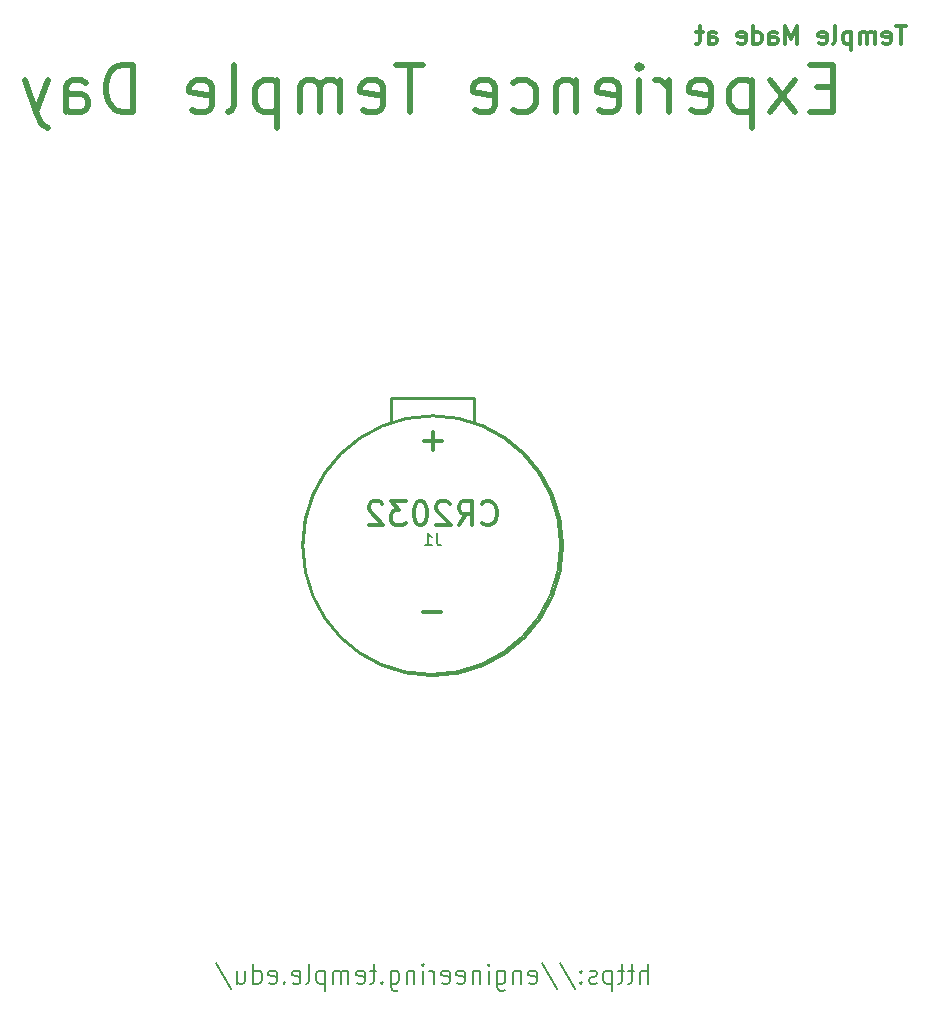
<source format=gbr>
G04 #@! TF.GenerationSoftware,KiCad,Pcbnew,(5.0.0)*
G04 #@! TF.CreationDate,2019-03-24T20:36:13-04:00*
G04 #@! TF.ProjectId,WS2812B Tiny T,575332383132422054696E7920542E6B,rev?*
G04 #@! TF.SameCoordinates,Original*
G04 #@! TF.FileFunction,Legend,Bot*
G04 #@! TF.FilePolarity,Positive*
%FSLAX46Y46*%
G04 Gerber Fmt 4.6, Leading zero omitted, Abs format (unit mm)*
G04 Created by KiCad (PCBNEW (5.0.0)) date 03/24/19 20:36:13*
%MOMM*%
%LPD*%
G01*
G04 APERTURE LIST*
%ADD10C,0.200000*%
%ADD11C,0.300000*%
%ADD12C,0.500000*%
%ADD13C,0.250000*%
%ADD14C,0.150000*%
G04 APERTURE END LIST*
D10*
X145737371Y-150514747D02*
X145737371Y-148814747D01*
X145094514Y-150514747D02*
X145094514Y-149624271D01*
X145165942Y-149462366D01*
X145308800Y-149381414D01*
X145523085Y-149381414D01*
X145665942Y-149462366D01*
X145737371Y-149543319D01*
X144594514Y-149381414D02*
X144023085Y-149381414D01*
X144380228Y-148814747D02*
X144380228Y-150271890D01*
X144308800Y-150433795D01*
X144165942Y-150514747D01*
X144023085Y-150514747D01*
X143737371Y-149381414D02*
X143165942Y-149381414D01*
X143523085Y-148814747D02*
X143523085Y-150271890D01*
X143451657Y-150433795D01*
X143308800Y-150514747D01*
X143165942Y-150514747D01*
X142665942Y-149381414D02*
X142665942Y-151081414D01*
X142665942Y-149462366D02*
X142523085Y-149381414D01*
X142237371Y-149381414D01*
X142094514Y-149462366D01*
X142023085Y-149543319D01*
X141951657Y-149705223D01*
X141951657Y-150190938D01*
X142023085Y-150352842D01*
X142094514Y-150433795D01*
X142237371Y-150514747D01*
X142523085Y-150514747D01*
X142665942Y-150433795D01*
X141380228Y-150433795D02*
X141237371Y-150514747D01*
X140951657Y-150514747D01*
X140808800Y-150433795D01*
X140737371Y-150271890D01*
X140737371Y-150190938D01*
X140808800Y-150029033D01*
X140951657Y-149948080D01*
X141165942Y-149948080D01*
X141308800Y-149867128D01*
X141380228Y-149705223D01*
X141380228Y-149624271D01*
X141308800Y-149462366D01*
X141165942Y-149381414D01*
X140951657Y-149381414D01*
X140808800Y-149462366D01*
X140094514Y-150352842D02*
X140023085Y-150433795D01*
X140094514Y-150514747D01*
X140165942Y-150433795D01*
X140094514Y-150352842D01*
X140094514Y-150514747D01*
X140094514Y-149462366D02*
X140023085Y-149543319D01*
X140094514Y-149624271D01*
X140165942Y-149543319D01*
X140094514Y-149462366D01*
X140094514Y-149624271D01*
X138308800Y-148733795D02*
X139594514Y-150919509D01*
X136737371Y-148733795D02*
X138023085Y-150919509D01*
X135665942Y-150433795D02*
X135808800Y-150514747D01*
X136094514Y-150514747D01*
X136237371Y-150433795D01*
X136308800Y-150271890D01*
X136308800Y-149624271D01*
X136237371Y-149462366D01*
X136094514Y-149381414D01*
X135808800Y-149381414D01*
X135665942Y-149462366D01*
X135594514Y-149624271D01*
X135594514Y-149786176D01*
X136308800Y-149948080D01*
X134951657Y-149381414D02*
X134951657Y-150514747D01*
X134951657Y-149543319D02*
X134880228Y-149462366D01*
X134737371Y-149381414D01*
X134523085Y-149381414D01*
X134380228Y-149462366D01*
X134308800Y-149624271D01*
X134308800Y-150514747D01*
X132951657Y-149381414D02*
X132951657Y-150757604D01*
X133023085Y-150919509D01*
X133094514Y-151000461D01*
X133237371Y-151081414D01*
X133451657Y-151081414D01*
X133594514Y-151000461D01*
X132951657Y-150433795D02*
X133094514Y-150514747D01*
X133380228Y-150514747D01*
X133523085Y-150433795D01*
X133594514Y-150352842D01*
X133665942Y-150190938D01*
X133665942Y-149705223D01*
X133594514Y-149543319D01*
X133523085Y-149462366D01*
X133380228Y-149381414D01*
X133094514Y-149381414D01*
X132951657Y-149462366D01*
X132237371Y-150514747D02*
X132237371Y-149381414D01*
X132237371Y-148814747D02*
X132308800Y-148895700D01*
X132237371Y-148976652D01*
X132165942Y-148895700D01*
X132237371Y-148814747D01*
X132237371Y-148976652D01*
X131523085Y-149381414D02*
X131523085Y-150514747D01*
X131523085Y-149543319D02*
X131451657Y-149462366D01*
X131308800Y-149381414D01*
X131094514Y-149381414D01*
X130951657Y-149462366D01*
X130880228Y-149624271D01*
X130880228Y-150514747D01*
X129594514Y-150433795D02*
X129737371Y-150514747D01*
X130023085Y-150514747D01*
X130165942Y-150433795D01*
X130237371Y-150271890D01*
X130237371Y-149624271D01*
X130165942Y-149462366D01*
X130023085Y-149381414D01*
X129737371Y-149381414D01*
X129594514Y-149462366D01*
X129523085Y-149624271D01*
X129523085Y-149786176D01*
X130237371Y-149948080D01*
X128308800Y-150433795D02*
X128451657Y-150514747D01*
X128737371Y-150514747D01*
X128880228Y-150433795D01*
X128951657Y-150271890D01*
X128951657Y-149624271D01*
X128880228Y-149462366D01*
X128737371Y-149381414D01*
X128451657Y-149381414D01*
X128308800Y-149462366D01*
X128237371Y-149624271D01*
X128237371Y-149786176D01*
X128951657Y-149948080D01*
X127594514Y-150514747D02*
X127594514Y-149381414D01*
X127594514Y-149705223D02*
X127523085Y-149543319D01*
X127451657Y-149462366D01*
X127308800Y-149381414D01*
X127165942Y-149381414D01*
X126665942Y-150514747D02*
X126665942Y-149381414D01*
X126665942Y-148814747D02*
X126737371Y-148895700D01*
X126665942Y-148976652D01*
X126594514Y-148895700D01*
X126665942Y-148814747D01*
X126665942Y-148976652D01*
X125951657Y-149381414D02*
X125951657Y-150514747D01*
X125951657Y-149543319D02*
X125880228Y-149462366D01*
X125737371Y-149381414D01*
X125523085Y-149381414D01*
X125380228Y-149462366D01*
X125308800Y-149624271D01*
X125308800Y-150514747D01*
X123951657Y-149381414D02*
X123951657Y-150757604D01*
X124023085Y-150919509D01*
X124094514Y-151000461D01*
X124237371Y-151081414D01*
X124451657Y-151081414D01*
X124594514Y-151000461D01*
X123951657Y-150433795D02*
X124094514Y-150514747D01*
X124380228Y-150514747D01*
X124523085Y-150433795D01*
X124594514Y-150352842D01*
X124665942Y-150190938D01*
X124665942Y-149705223D01*
X124594514Y-149543319D01*
X124523085Y-149462366D01*
X124380228Y-149381414D01*
X124094514Y-149381414D01*
X123951657Y-149462366D01*
X123237371Y-150352842D02*
X123165942Y-150433795D01*
X123237371Y-150514747D01*
X123308800Y-150433795D01*
X123237371Y-150352842D01*
X123237371Y-150514747D01*
X122737371Y-149381414D02*
X122165942Y-149381414D01*
X122523085Y-148814747D02*
X122523085Y-150271890D01*
X122451657Y-150433795D01*
X122308800Y-150514747D01*
X122165942Y-150514747D01*
X121094514Y-150433795D02*
X121237371Y-150514747D01*
X121523085Y-150514747D01*
X121665942Y-150433795D01*
X121737371Y-150271890D01*
X121737371Y-149624271D01*
X121665942Y-149462366D01*
X121523085Y-149381414D01*
X121237371Y-149381414D01*
X121094514Y-149462366D01*
X121023085Y-149624271D01*
X121023085Y-149786176D01*
X121737371Y-149948080D01*
X120380228Y-150514747D02*
X120380228Y-149381414D01*
X120380228Y-149543319D02*
X120308800Y-149462366D01*
X120165942Y-149381414D01*
X119951657Y-149381414D01*
X119808800Y-149462366D01*
X119737371Y-149624271D01*
X119737371Y-150514747D01*
X119737371Y-149624271D02*
X119665942Y-149462366D01*
X119523085Y-149381414D01*
X119308800Y-149381414D01*
X119165942Y-149462366D01*
X119094514Y-149624271D01*
X119094514Y-150514747D01*
X118380228Y-149381414D02*
X118380228Y-151081414D01*
X118380228Y-149462366D02*
X118237371Y-149381414D01*
X117951657Y-149381414D01*
X117808800Y-149462366D01*
X117737371Y-149543319D01*
X117665942Y-149705223D01*
X117665942Y-150190938D01*
X117737371Y-150352842D01*
X117808800Y-150433795D01*
X117951657Y-150514747D01*
X118237371Y-150514747D01*
X118380228Y-150433795D01*
X116808800Y-150514747D02*
X116951657Y-150433795D01*
X117023085Y-150271890D01*
X117023085Y-148814747D01*
X115665942Y-150433795D02*
X115808800Y-150514747D01*
X116094514Y-150514747D01*
X116237371Y-150433795D01*
X116308800Y-150271890D01*
X116308800Y-149624271D01*
X116237371Y-149462366D01*
X116094514Y-149381414D01*
X115808800Y-149381414D01*
X115665942Y-149462366D01*
X115594514Y-149624271D01*
X115594514Y-149786176D01*
X116308800Y-149948080D01*
X114951657Y-150352842D02*
X114880228Y-150433795D01*
X114951657Y-150514747D01*
X115023085Y-150433795D01*
X114951657Y-150352842D01*
X114951657Y-150514747D01*
X113665942Y-150433795D02*
X113808800Y-150514747D01*
X114094514Y-150514747D01*
X114237371Y-150433795D01*
X114308800Y-150271890D01*
X114308800Y-149624271D01*
X114237371Y-149462366D01*
X114094514Y-149381414D01*
X113808800Y-149381414D01*
X113665942Y-149462366D01*
X113594514Y-149624271D01*
X113594514Y-149786176D01*
X114308800Y-149948080D01*
X112308800Y-150514747D02*
X112308800Y-148814747D01*
X112308800Y-150433795D02*
X112451657Y-150514747D01*
X112737371Y-150514747D01*
X112880228Y-150433795D01*
X112951657Y-150352842D01*
X113023085Y-150190938D01*
X113023085Y-149705223D01*
X112951657Y-149543319D01*
X112880228Y-149462366D01*
X112737371Y-149381414D01*
X112451657Y-149381414D01*
X112308800Y-149462366D01*
X110951657Y-149381414D02*
X110951657Y-150514747D01*
X111594514Y-149381414D02*
X111594514Y-150271890D01*
X111523085Y-150433795D01*
X111380228Y-150514747D01*
X111165942Y-150514747D01*
X111023085Y-150433795D01*
X110951657Y-150352842D01*
X109165942Y-148733795D02*
X110451657Y-150919509D01*
D11*
X167579357Y-69409571D02*
X166722214Y-69409571D01*
X167150785Y-70909571D02*
X167150785Y-69409571D01*
X165650785Y-70838142D02*
X165793642Y-70909571D01*
X166079357Y-70909571D01*
X166222214Y-70838142D01*
X166293642Y-70695285D01*
X166293642Y-70123857D01*
X166222214Y-69981000D01*
X166079357Y-69909571D01*
X165793642Y-69909571D01*
X165650785Y-69981000D01*
X165579357Y-70123857D01*
X165579357Y-70266714D01*
X166293642Y-70409571D01*
X164936500Y-70909571D02*
X164936500Y-69909571D01*
X164936500Y-70052428D02*
X164865071Y-69981000D01*
X164722214Y-69909571D01*
X164507928Y-69909571D01*
X164365071Y-69981000D01*
X164293642Y-70123857D01*
X164293642Y-70909571D01*
X164293642Y-70123857D02*
X164222214Y-69981000D01*
X164079357Y-69909571D01*
X163865071Y-69909571D01*
X163722214Y-69981000D01*
X163650785Y-70123857D01*
X163650785Y-70909571D01*
X162936500Y-69909571D02*
X162936500Y-71409571D01*
X162936500Y-69981000D02*
X162793642Y-69909571D01*
X162507928Y-69909571D01*
X162365071Y-69981000D01*
X162293642Y-70052428D01*
X162222214Y-70195285D01*
X162222214Y-70623857D01*
X162293642Y-70766714D01*
X162365071Y-70838142D01*
X162507928Y-70909571D01*
X162793642Y-70909571D01*
X162936500Y-70838142D01*
X161365071Y-70909571D02*
X161507928Y-70838142D01*
X161579357Y-70695285D01*
X161579357Y-69409571D01*
X160222214Y-70838142D02*
X160365071Y-70909571D01*
X160650785Y-70909571D01*
X160793642Y-70838142D01*
X160865071Y-70695285D01*
X160865071Y-70123857D01*
X160793642Y-69981000D01*
X160650785Y-69909571D01*
X160365071Y-69909571D01*
X160222214Y-69981000D01*
X160150785Y-70123857D01*
X160150785Y-70266714D01*
X160865071Y-70409571D01*
X158365071Y-70909571D02*
X158365071Y-69409571D01*
X157865071Y-70481000D01*
X157365071Y-69409571D01*
X157365071Y-70909571D01*
X156007928Y-70909571D02*
X156007928Y-70123857D01*
X156079357Y-69981000D01*
X156222214Y-69909571D01*
X156507928Y-69909571D01*
X156650785Y-69981000D01*
X156007928Y-70838142D02*
X156150785Y-70909571D01*
X156507928Y-70909571D01*
X156650785Y-70838142D01*
X156722214Y-70695285D01*
X156722214Y-70552428D01*
X156650785Y-70409571D01*
X156507928Y-70338142D01*
X156150785Y-70338142D01*
X156007928Y-70266714D01*
X154650785Y-70909571D02*
X154650785Y-69409571D01*
X154650785Y-70838142D02*
X154793642Y-70909571D01*
X155079357Y-70909571D01*
X155222214Y-70838142D01*
X155293642Y-70766714D01*
X155365071Y-70623857D01*
X155365071Y-70195285D01*
X155293642Y-70052428D01*
X155222214Y-69981000D01*
X155079357Y-69909571D01*
X154793642Y-69909571D01*
X154650785Y-69981000D01*
X153365071Y-70838142D02*
X153507928Y-70909571D01*
X153793642Y-70909571D01*
X153936500Y-70838142D01*
X154007928Y-70695285D01*
X154007928Y-70123857D01*
X153936500Y-69981000D01*
X153793642Y-69909571D01*
X153507928Y-69909571D01*
X153365071Y-69981000D01*
X153293642Y-70123857D01*
X153293642Y-70266714D01*
X154007928Y-70409571D01*
X150865071Y-70909571D02*
X150865071Y-70123857D01*
X150936500Y-69981000D01*
X151079357Y-69909571D01*
X151365071Y-69909571D01*
X151507928Y-69981000D01*
X150865071Y-70838142D02*
X151007928Y-70909571D01*
X151365071Y-70909571D01*
X151507928Y-70838142D01*
X151579357Y-70695285D01*
X151579357Y-70552428D01*
X151507928Y-70409571D01*
X151365071Y-70338142D01*
X151007928Y-70338142D01*
X150865071Y-70266714D01*
X150365071Y-69909571D02*
X149793642Y-69909571D01*
X150150785Y-69409571D02*
X150150785Y-70695285D01*
X150079357Y-70838142D01*
X149936500Y-70909571D01*
X149793642Y-70909571D01*
D12*
X161381000Y-74580785D02*
X160047666Y-74580785D01*
X159476238Y-76676023D02*
X161381000Y-76676023D01*
X161381000Y-72676023D01*
X159476238Y-72676023D01*
X158142904Y-76676023D02*
X156047666Y-74009357D01*
X158142904Y-74009357D02*
X156047666Y-76676023D01*
X154523857Y-74009357D02*
X154523857Y-78009357D01*
X154523857Y-74199833D02*
X154142904Y-74009357D01*
X153381000Y-74009357D01*
X153000047Y-74199833D01*
X152809571Y-74390309D01*
X152619095Y-74771261D01*
X152619095Y-75914119D01*
X152809571Y-76295071D01*
X153000047Y-76485547D01*
X153381000Y-76676023D01*
X154142904Y-76676023D01*
X154523857Y-76485547D01*
X149381000Y-76485547D02*
X149761952Y-76676023D01*
X150523857Y-76676023D01*
X150904809Y-76485547D01*
X151095285Y-76104595D01*
X151095285Y-74580785D01*
X150904809Y-74199833D01*
X150523857Y-74009357D01*
X149761952Y-74009357D01*
X149381000Y-74199833D01*
X149190523Y-74580785D01*
X149190523Y-74961738D01*
X151095285Y-75342690D01*
X147476238Y-76676023D02*
X147476238Y-74009357D01*
X147476238Y-74771261D02*
X147285761Y-74390309D01*
X147095285Y-74199833D01*
X146714333Y-74009357D01*
X146333380Y-74009357D01*
X145000047Y-76676023D02*
X145000047Y-74009357D01*
X145000047Y-72676023D02*
X145190523Y-72866500D01*
X145000047Y-73056976D01*
X144809571Y-72866500D01*
X145000047Y-72676023D01*
X145000047Y-73056976D01*
X141571476Y-76485547D02*
X141952428Y-76676023D01*
X142714333Y-76676023D01*
X143095285Y-76485547D01*
X143285761Y-76104595D01*
X143285761Y-74580785D01*
X143095285Y-74199833D01*
X142714333Y-74009357D01*
X141952428Y-74009357D01*
X141571476Y-74199833D01*
X141381000Y-74580785D01*
X141381000Y-74961738D01*
X143285761Y-75342690D01*
X139666714Y-74009357D02*
X139666714Y-76676023D01*
X139666714Y-74390309D02*
X139476238Y-74199833D01*
X139095285Y-74009357D01*
X138523857Y-74009357D01*
X138142904Y-74199833D01*
X137952428Y-74580785D01*
X137952428Y-76676023D01*
X134333380Y-76485547D02*
X134714333Y-76676023D01*
X135476238Y-76676023D01*
X135857190Y-76485547D01*
X136047666Y-76295071D01*
X136238142Y-75914119D01*
X136238142Y-74771261D01*
X136047666Y-74390309D01*
X135857190Y-74199833D01*
X135476238Y-74009357D01*
X134714333Y-74009357D01*
X134333380Y-74199833D01*
X131095285Y-76485547D02*
X131476238Y-76676023D01*
X132238142Y-76676023D01*
X132619095Y-76485547D01*
X132809571Y-76104595D01*
X132809571Y-74580785D01*
X132619095Y-74199833D01*
X132238142Y-74009357D01*
X131476238Y-74009357D01*
X131095285Y-74199833D01*
X130904809Y-74580785D01*
X130904809Y-74961738D01*
X132809571Y-75342690D01*
X126714333Y-72676023D02*
X124428619Y-72676023D01*
X125571476Y-76676023D02*
X125571476Y-72676023D01*
X121571476Y-76485547D02*
X121952428Y-76676023D01*
X122714333Y-76676023D01*
X123095285Y-76485547D01*
X123285761Y-76104595D01*
X123285761Y-74580785D01*
X123095285Y-74199833D01*
X122714333Y-74009357D01*
X121952428Y-74009357D01*
X121571476Y-74199833D01*
X121381000Y-74580785D01*
X121381000Y-74961738D01*
X123285761Y-75342690D01*
X119666714Y-76676023D02*
X119666714Y-74009357D01*
X119666714Y-74390309D02*
X119476238Y-74199833D01*
X119095285Y-74009357D01*
X118523857Y-74009357D01*
X118142904Y-74199833D01*
X117952428Y-74580785D01*
X117952428Y-76676023D01*
X117952428Y-74580785D02*
X117761952Y-74199833D01*
X117381000Y-74009357D01*
X116809571Y-74009357D01*
X116428619Y-74199833D01*
X116238142Y-74580785D01*
X116238142Y-76676023D01*
X114333380Y-74009357D02*
X114333380Y-78009357D01*
X114333380Y-74199833D02*
X113952428Y-74009357D01*
X113190523Y-74009357D01*
X112809571Y-74199833D01*
X112619095Y-74390309D01*
X112428619Y-74771261D01*
X112428619Y-75914119D01*
X112619095Y-76295071D01*
X112809571Y-76485547D01*
X113190523Y-76676023D01*
X113952428Y-76676023D01*
X114333380Y-76485547D01*
X110142904Y-76676023D02*
X110523857Y-76485547D01*
X110714333Y-76104595D01*
X110714333Y-72676023D01*
X107095285Y-76485547D02*
X107476238Y-76676023D01*
X108238142Y-76676023D01*
X108619095Y-76485547D01*
X108809571Y-76104595D01*
X108809571Y-74580785D01*
X108619095Y-74199833D01*
X108238142Y-74009357D01*
X107476238Y-74009357D01*
X107095285Y-74199833D01*
X106904809Y-74580785D01*
X106904809Y-74961738D01*
X108809571Y-75342690D01*
X102142904Y-76676023D02*
X102142904Y-72676023D01*
X101190523Y-72676023D01*
X100619095Y-72866500D01*
X100238142Y-73247452D01*
X100047666Y-73628404D01*
X99857190Y-74390309D01*
X99857190Y-74961738D01*
X100047666Y-75723642D01*
X100238142Y-76104595D01*
X100619095Y-76485547D01*
X101190523Y-76676023D01*
X102142904Y-76676023D01*
X96428619Y-76676023D02*
X96428619Y-74580785D01*
X96619095Y-74199833D01*
X97000047Y-74009357D01*
X97761952Y-74009357D01*
X98142904Y-74199833D01*
X96428619Y-76485547D02*
X96809571Y-76676023D01*
X97761952Y-76676023D01*
X98142904Y-76485547D01*
X98333380Y-76104595D01*
X98333380Y-75723642D01*
X98142904Y-75342690D01*
X97761952Y-75152214D01*
X96809571Y-75152214D01*
X96428619Y-74961738D01*
X94904809Y-74009357D02*
X93952428Y-76676023D01*
X93000047Y-74009357D02*
X93952428Y-76676023D01*
X94333380Y-77628404D01*
X94523857Y-77818880D01*
X94904809Y-78009357D01*
D10*
X138305953Y-113350453D02*
G75*
G03X138305953Y-113350453I-10924953J0D01*
G01*
D13*
G04 #@! TO.C,J1*
X127512000Y-100912000D02*
X124012000Y-100912000D01*
X124012000Y-100912000D02*
X124012000Y-102912000D01*
X127512000Y-100912000D02*
X130512000Y-100912000D01*
X130512000Y-100912000D02*
X131012000Y-100912000D01*
X131012000Y-100912000D02*
X131012000Y-102912000D01*
X138512000Y-113412000D02*
G75*
G03X138512000Y-113412000I-11000000J0D01*
G01*
D14*
X127845333Y-112364380D02*
X127845333Y-113078666D01*
X127892952Y-113221523D01*
X127988190Y-113316761D01*
X128131047Y-113364380D01*
X128226285Y-113364380D01*
X126845333Y-113364380D02*
X127416761Y-113364380D01*
X127131047Y-113364380D02*
X127131047Y-112364380D01*
X127226285Y-112507238D01*
X127321523Y-112602476D01*
X127416761Y-112650095D01*
D11*
X131702476Y-111459285D02*
X131797714Y-111554523D01*
X132083428Y-111649761D01*
X132273904Y-111649761D01*
X132559619Y-111554523D01*
X132750095Y-111364047D01*
X132845333Y-111173571D01*
X132940571Y-110792619D01*
X132940571Y-110506904D01*
X132845333Y-110125952D01*
X132750095Y-109935476D01*
X132559619Y-109745000D01*
X132273904Y-109649761D01*
X132083428Y-109649761D01*
X131797714Y-109745000D01*
X131702476Y-109840238D01*
X129702476Y-111649761D02*
X130369142Y-110697380D01*
X130845333Y-111649761D02*
X130845333Y-109649761D01*
X130083428Y-109649761D01*
X129892952Y-109745000D01*
X129797714Y-109840238D01*
X129702476Y-110030714D01*
X129702476Y-110316428D01*
X129797714Y-110506904D01*
X129892952Y-110602142D01*
X130083428Y-110697380D01*
X130845333Y-110697380D01*
X128940571Y-109840238D02*
X128845333Y-109745000D01*
X128654857Y-109649761D01*
X128178666Y-109649761D01*
X127988190Y-109745000D01*
X127892952Y-109840238D01*
X127797714Y-110030714D01*
X127797714Y-110221190D01*
X127892952Y-110506904D01*
X129035809Y-111649761D01*
X127797714Y-111649761D01*
X126559619Y-109649761D02*
X126369142Y-109649761D01*
X126178666Y-109745000D01*
X126083428Y-109840238D01*
X125988190Y-110030714D01*
X125892952Y-110411666D01*
X125892952Y-110887857D01*
X125988190Y-111268809D01*
X126083428Y-111459285D01*
X126178666Y-111554523D01*
X126369142Y-111649761D01*
X126559619Y-111649761D01*
X126750095Y-111554523D01*
X126845333Y-111459285D01*
X126940571Y-111268809D01*
X127035809Y-110887857D01*
X127035809Y-110411666D01*
X126940571Y-110030714D01*
X126845333Y-109840238D01*
X126750095Y-109745000D01*
X126559619Y-109649761D01*
X125226285Y-109649761D02*
X123988190Y-109649761D01*
X124654857Y-110411666D01*
X124369142Y-110411666D01*
X124178666Y-110506904D01*
X124083428Y-110602142D01*
X123988190Y-110792619D01*
X123988190Y-111268809D01*
X124083428Y-111459285D01*
X124178666Y-111554523D01*
X124369142Y-111649761D01*
X124940571Y-111649761D01*
X125131047Y-111554523D01*
X125226285Y-111459285D01*
X123226285Y-109840238D02*
X123131047Y-109745000D01*
X122940571Y-109649761D01*
X122464380Y-109649761D01*
X122273904Y-109745000D01*
X122178666Y-109840238D01*
X122083428Y-110030714D01*
X122083428Y-110221190D01*
X122178666Y-110506904D01*
X123321523Y-111649761D01*
X122083428Y-111649761D01*
X128227104Y-119054857D02*
X126703295Y-119054857D01*
X128273904Y-104554857D02*
X126750095Y-104554857D01*
X127512000Y-105316761D02*
X127512000Y-103792952D01*
G04 #@! TD*
M02*

</source>
